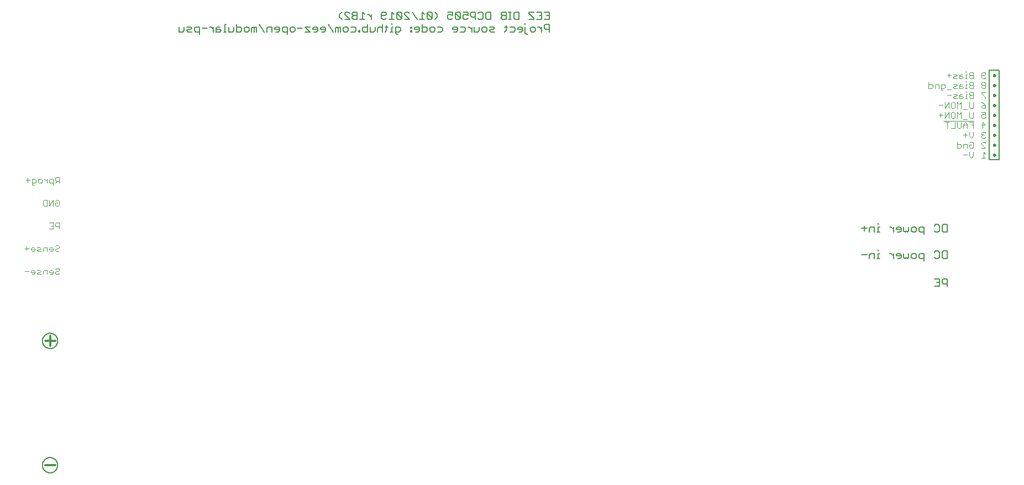
<source format=gbo>
G75*
%MOIN*%
%OFA0B0*%
%FSLAX25Y25*%
%IPPOS*%
%LPD*%
%AMOC8*
5,1,8,0,0,1.08239X$1,22.5*
%
%ADD10C,0.00500*%
%ADD11C,0.00400*%
%ADD12C,0.00800*%
%ADD13C,0.01200*%
%ADD14C,0.01000*%
%ADD15C,0.00600*%
D10*
X0577066Y0288614D02*
X0580069Y0288614D01*
X0581670Y0288614D02*
X0581670Y0286362D01*
X0581670Y0288614D02*
X0582421Y0289365D01*
X0584673Y0289365D01*
X0584673Y0286362D01*
X0586241Y0286362D02*
X0587742Y0286362D01*
X0586991Y0286362D02*
X0586991Y0289365D01*
X0587742Y0289365D01*
X0586991Y0290866D02*
X0586991Y0291617D01*
X0593931Y0289365D02*
X0594681Y0289365D01*
X0596183Y0287863D01*
X0596183Y0286362D02*
X0596183Y0289365D01*
X0597784Y0288614D02*
X0597784Y0287863D01*
X0600787Y0287863D01*
X0600787Y0287113D02*
X0600787Y0288614D01*
X0600036Y0289365D01*
X0598535Y0289365D01*
X0597784Y0288614D01*
X0598535Y0286362D02*
X0600036Y0286362D01*
X0600787Y0287113D01*
X0602388Y0287113D02*
X0602388Y0289365D01*
X0602388Y0287113D02*
X0603139Y0286362D01*
X0603889Y0287113D01*
X0604640Y0286362D01*
X0605390Y0287113D01*
X0605390Y0289365D01*
X0606992Y0288614D02*
X0607742Y0289365D01*
X0609244Y0289365D01*
X0609994Y0288614D01*
X0609994Y0287113D01*
X0609244Y0286362D01*
X0607742Y0286362D01*
X0606992Y0287113D01*
X0606992Y0288614D01*
X0611596Y0288614D02*
X0611596Y0287113D01*
X0612346Y0286362D01*
X0614598Y0286362D01*
X0614598Y0284861D02*
X0614598Y0289365D01*
X0612346Y0289365D01*
X0611596Y0288614D01*
X0620804Y0287113D02*
X0621554Y0286362D01*
X0623056Y0286362D01*
X0623806Y0287113D01*
X0623806Y0290115D01*
X0623056Y0290866D01*
X0621554Y0290866D01*
X0620804Y0290115D01*
X0625408Y0290115D02*
X0626158Y0290866D01*
X0628410Y0290866D01*
X0628410Y0286362D01*
X0626158Y0286362D01*
X0625408Y0287113D01*
X0625408Y0290115D01*
X0626158Y0302362D02*
X0625408Y0303113D01*
X0625408Y0306115D01*
X0626158Y0306866D01*
X0628410Y0306866D01*
X0628410Y0302362D01*
X0626158Y0302362D01*
X0623806Y0303113D02*
X0623056Y0302362D01*
X0621554Y0302362D01*
X0620804Y0303113D01*
X0623806Y0303113D02*
X0623806Y0306115D01*
X0623056Y0306866D01*
X0621554Y0306866D01*
X0620804Y0306115D01*
X0614598Y0305365D02*
X0614598Y0300861D01*
X0614598Y0302362D02*
X0612346Y0302362D01*
X0611596Y0303113D01*
X0611596Y0304614D01*
X0612346Y0305365D01*
X0614598Y0305365D01*
X0609994Y0304614D02*
X0609244Y0305365D01*
X0607742Y0305365D01*
X0606992Y0304614D01*
X0606992Y0303113D01*
X0607742Y0302362D01*
X0609244Y0302362D01*
X0609994Y0303113D01*
X0609994Y0304614D01*
X0605390Y0305365D02*
X0605390Y0303113D01*
X0604640Y0302362D01*
X0603889Y0303113D01*
X0603139Y0302362D01*
X0602388Y0303113D01*
X0602388Y0305365D01*
X0600787Y0304614D02*
X0600036Y0305365D01*
X0598535Y0305365D01*
X0597784Y0304614D01*
X0597784Y0303863D01*
X0600787Y0303863D01*
X0600787Y0303113D02*
X0600787Y0304614D01*
X0600787Y0303113D02*
X0600036Y0302362D01*
X0598535Y0302362D01*
X0596183Y0302362D02*
X0596183Y0305365D01*
X0596183Y0303863D02*
X0594681Y0305365D01*
X0593931Y0305365D01*
X0587742Y0305365D02*
X0586991Y0305365D01*
X0586991Y0302362D01*
X0586241Y0302362D02*
X0587742Y0302362D01*
X0584673Y0302362D02*
X0584673Y0305365D01*
X0582421Y0305365D01*
X0581670Y0304614D01*
X0581670Y0302362D01*
X0580069Y0304614D02*
X0577066Y0304614D01*
X0578568Y0306115D02*
X0578568Y0303113D01*
X0586991Y0306866D02*
X0586991Y0307617D01*
X0620804Y0274116D02*
X0623806Y0274116D01*
X0623806Y0269612D01*
X0620804Y0269612D01*
X0622305Y0271864D02*
X0623806Y0271864D01*
X0625408Y0271864D02*
X0626158Y0271113D01*
X0628410Y0271113D01*
X0628410Y0269612D02*
X0628410Y0274116D01*
X0626158Y0274116D01*
X0625408Y0273365D01*
X0625408Y0271864D01*
X0388544Y0423096D02*
X0388544Y0427600D01*
X0386292Y0427600D01*
X0385541Y0426850D01*
X0385541Y0425348D01*
X0386292Y0424598D01*
X0388544Y0424598D01*
X0383940Y0424598D02*
X0382439Y0426099D01*
X0381688Y0426099D01*
X0380103Y0425348D02*
X0380103Y0423847D01*
X0379353Y0423096D01*
X0377852Y0423096D01*
X0377101Y0423847D01*
X0377101Y0425348D01*
X0377852Y0426099D01*
X0379353Y0426099D01*
X0380103Y0425348D01*
X0383940Y0426099D02*
X0383940Y0423096D01*
X0383940Y0430596D02*
X0380937Y0430596D01*
X0379336Y0430596D02*
X0376334Y0430596D01*
X0379336Y0430596D02*
X0379336Y0431347D01*
X0376334Y0434350D01*
X0376334Y0435100D01*
X0379336Y0435100D01*
X0380937Y0435100D02*
X0383940Y0435100D01*
X0383940Y0430596D01*
X0385541Y0430596D02*
X0388544Y0430596D01*
X0388544Y0435100D01*
X0385541Y0435100D01*
X0387043Y0432848D02*
X0388544Y0432848D01*
X0383940Y0432848D02*
X0382439Y0432848D01*
X0373998Y0428351D02*
X0373998Y0427600D01*
X0373998Y0426099D02*
X0373998Y0422346D01*
X0374749Y0421595D01*
X0375500Y0421595D01*
X0372430Y0423847D02*
X0371680Y0423096D01*
X0370178Y0423096D01*
X0369428Y0424598D02*
X0372430Y0424598D01*
X0372430Y0425348D02*
X0371680Y0426099D01*
X0370178Y0426099D01*
X0369428Y0425348D01*
X0369428Y0424598D01*
X0367826Y0425348D02*
X0367826Y0423847D01*
X0367076Y0423096D01*
X0364824Y0423096D01*
X0362472Y0423847D02*
X0361721Y0423096D01*
X0362472Y0423847D02*
X0362472Y0426850D01*
X0363222Y0426099D02*
X0361721Y0426099D01*
X0364824Y0426099D02*
X0367076Y0426099D01*
X0367826Y0425348D01*
X0372430Y0425348D02*
X0372430Y0423847D01*
X0370128Y0430596D02*
X0367876Y0430596D01*
X0367126Y0431347D01*
X0367126Y0434350D01*
X0367876Y0435100D01*
X0370128Y0435100D01*
X0370128Y0430596D01*
X0365524Y0430596D02*
X0364023Y0430596D01*
X0364774Y0430596D02*
X0364774Y0435100D01*
X0365524Y0435100D02*
X0364023Y0435100D01*
X0362455Y0435100D02*
X0360203Y0435100D01*
X0359452Y0434350D01*
X0359452Y0433599D01*
X0360203Y0432848D01*
X0362455Y0432848D01*
X0362455Y0430596D02*
X0360203Y0430596D01*
X0359452Y0431347D01*
X0359452Y0432098D01*
X0360203Y0432848D01*
X0362455Y0430596D02*
X0362455Y0435100D01*
X0353247Y0435100D02*
X0353247Y0430596D01*
X0350995Y0430596D01*
X0350245Y0431347D01*
X0350245Y0434350D01*
X0350995Y0435100D01*
X0353247Y0435100D01*
X0348643Y0434350D02*
X0348643Y0431347D01*
X0347893Y0430596D01*
X0346391Y0430596D01*
X0345641Y0431347D01*
X0344039Y0430596D02*
X0344039Y0435100D01*
X0341787Y0435100D01*
X0341037Y0434350D01*
X0341037Y0432848D01*
X0341787Y0432098D01*
X0344039Y0432098D01*
X0345641Y0434350D02*
X0346391Y0435100D01*
X0347893Y0435100D01*
X0348643Y0434350D01*
X0348693Y0426099D02*
X0350195Y0426099D01*
X0350945Y0425348D01*
X0350945Y0423847D01*
X0350195Y0423096D01*
X0348693Y0423096D01*
X0347943Y0423847D01*
X0347943Y0425348D01*
X0348693Y0426099D01*
X0346341Y0426099D02*
X0346341Y0423847D01*
X0345591Y0423096D01*
X0343339Y0423096D01*
X0343339Y0426099D01*
X0341737Y0426099D02*
X0341737Y0423096D01*
X0341737Y0424598D02*
X0340236Y0426099D01*
X0339485Y0426099D01*
X0337901Y0425348D02*
X0337901Y0423847D01*
X0337150Y0423096D01*
X0334898Y0423096D01*
X0333297Y0423847D02*
X0333297Y0425348D01*
X0332546Y0426099D01*
X0331045Y0426099D01*
X0330294Y0425348D01*
X0330294Y0424598D01*
X0333297Y0424598D01*
X0333297Y0423847D02*
X0332546Y0423096D01*
X0331045Y0423096D01*
X0334898Y0426099D02*
X0337150Y0426099D01*
X0337901Y0425348D01*
X0337184Y0430596D02*
X0338685Y0430596D01*
X0339435Y0431347D01*
X0339435Y0432848D02*
X0337934Y0433599D01*
X0337184Y0433599D01*
X0336433Y0432848D01*
X0336433Y0431347D01*
X0337184Y0430596D01*
X0334832Y0431347D02*
X0331829Y0434350D01*
X0331829Y0431347D01*
X0332580Y0430596D01*
X0334081Y0430596D01*
X0334832Y0431347D01*
X0334832Y0434350D01*
X0334081Y0435100D01*
X0332580Y0435100D01*
X0331829Y0434350D01*
X0330228Y0435100D02*
X0330228Y0432848D01*
X0328726Y0433599D01*
X0327976Y0433599D01*
X0327225Y0432848D01*
X0327225Y0431347D01*
X0327976Y0430596D01*
X0329477Y0430596D01*
X0330228Y0431347D01*
X0330228Y0435100D02*
X0327225Y0435100D01*
X0321020Y0433599D02*
X0321020Y0432098D01*
X0319518Y0430596D01*
X0317950Y0431347D02*
X0314948Y0434350D01*
X0314948Y0431347D01*
X0315699Y0430596D01*
X0317200Y0430596D01*
X0317950Y0431347D01*
X0317950Y0434350D01*
X0317200Y0435100D01*
X0315699Y0435100D01*
X0314948Y0434350D01*
X0313347Y0433599D02*
X0311845Y0435100D01*
X0311845Y0430596D01*
X0310344Y0430596D02*
X0313347Y0430596D01*
X0311879Y0427600D02*
X0311879Y0423096D01*
X0314131Y0423096D01*
X0314881Y0423847D01*
X0314881Y0425348D01*
X0314131Y0426099D01*
X0311879Y0426099D01*
X0310277Y0425348D02*
X0309527Y0426099D01*
X0308025Y0426099D01*
X0307275Y0425348D01*
X0307275Y0424598D01*
X0310277Y0424598D01*
X0310277Y0425348D02*
X0310277Y0423847D01*
X0309527Y0423096D01*
X0308025Y0423096D01*
X0305673Y0423096D02*
X0305673Y0423847D01*
X0304923Y0423847D01*
X0304923Y0423096D01*
X0305673Y0423096D01*
X0305673Y0425348D02*
X0305673Y0426099D01*
X0304923Y0426099D01*
X0304923Y0425348D01*
X0305673Y0425348D01*
X0304139Y0430596D02*
X0301136Y0430596D01*
X0299535Y0431347D02*
X0296532Y0434350D01*
X0296532Y0431347D01*
X0297283Y0430596D01*
X0298784Y0430596D01*
X0299535Y0431347D01*
X0299535Y0434350D01*
X0298784Y0435100D01*
X0297283Y0435100D01*
X0296532Y0434350D01*
X0294931Y0433599D02*
X0293430Y0435100D01*
X0293430Y0430596D01*
X0294931Y0430596D02*
X0291928Y0430596D01*
X0290327Y0431347D02*
X0289576Y0430596D01*
X0288075Y0430596D01*
X0287324Y0431347D01*
X0287324Y0434350D01*
X0288075Y0435100D01*
X0289576Y0435100D01*
X0290327Y0434350D01*
X0290327Y0433599D01*
X0289576Y0432848D01*
X0287324Y0432848D01*
X0288025Y0427600D02*
X0288025Y0423096D01*
X0289593Y0423096D02*
X0290344Y0423847D01*
X0290344Y0426850D01*
X0291094Y0426099D02*
X0289593Y0426099D01*
X0288025Y0425348D02*
X0287274Y0426099D01*
X0285773Y0426099D01*
X0285022Y0425348D01*
X0285022Y0423096D01*
X0283421Y0423847D02*
X0282670Y0423096D01*
X0280418Y0423096D01*
X0280418Y0426099D01*
X0278817Y0426099D02*
X0276565Y0426099D01*
X0275815Y0425348D01*
X0275815Y0423847D01*
X0276565Y0423096D01*
X0278817Y0423096D01*
X0278817Y0427600D01*
X0277282Y0430596D02*
X0274280Y0430596D01*
X0275781Y0430596D02*
X0275781Y0435100D01*
X0277282Y0433599D01*
X0278867Y0433599D02*
X0279618Y0433599D01*
X0281119Y0432098D01*
X0281119Y0433599D02*
X0281119Y0430596D01*
X0283421Y0426099D02*
X0283421Y0423847D01*
X0292662Y0423096D02*
X0294164Y0423096D01*
X0293413Y0423096D02*
X0293413Y0426099D01*
X0294164Y0426099D01*
X0295765Y0426099D02*
X0298017Y0426099D01*
X0298767Y0425348D01*
X0298767Y0423847D01*
X0298017Y0423096D01*
X0295765Y0423096D01*
X0295765Y0422346D02*
X0295765Y0426099D01*
X0293413Y0427600D02*
X0293413Y0428351D01*
X0295765Y0422346D02*
X0296516Y0421595D01*
X0297266Y0421595D01*
X0304139Y0430596D02*
X0301136Y0433599D01*
X0301136Y0434350D01*
X0301887Y0435100D01*
X0303388Y0435100D01*
X0304139Y0434350D01*
X0305740Y0435100D02*
X0308743Y0430596D01*
X0316483Y0425348D02*
X0317233Y0426099D01*
X0318734Y0426099D01*
X0319485Y0425348D01*
X0319485Y0423847D01*
X0318734Y0423096D01*
X0317233Y0423096D01*
X0316483Y0423847D01*
X0316483Y0425348D01*
X0321086Y0426099D02*
X0323338Y0426099D01*
X0324089Y0425348D01*
X0324089Y0423847D01*
X0323338Y0423096D01*
X0321086Y0423096D01*
X0339435Y0432848D02*
X0339435Y0435100D01*
X0336433Y0435100D01*
X0321020Y0433599D02*
X0319518Y0435100D01*
X0352547Y0426099D02*
X0354799Y0426099D01*
X0355549Y0425348D01*
X0354799Y0424598D01*
X0353297Y0424598D01*
X0352547Y0423847D01*
X0353297Y0423096D01*
X0355549Y0423096D01*
X0274213Y0423096D02*
X0273463Y0423096D01*
X0273463Y0423847D01*
X0274213Y0423847D01*
X0274213Y0423096D01*
X0271911Y0423847D02*
X0271161Y0423096D01*
X0268909Y0423096D01*
X0267307Y0423847D02*
X0266557Y0423096D01*
X0265055Y0423096D01*
X0264305Y0423847D01*
X0264305Y0425348D01*
X0265055Y0426099D01*
X0266557Y0426099D01*
X0267307Y0425348D01*
X0267307Y0423847D01*
X0268909Y0426099D02*
X0271161Y0426099D01*
X0271911Y0425348D01*
X0271911Y0423847D01*
X0272679Y0430596D02*
X0270427Y0430596D01*
X0269676Y0431347D01*
X0269676Y0432098D01*
X0270427Y0432848D01*
X0272679Y0432848D01*
X0272679Y0430596D02*
X0272679Y0435100D01*
X0270427Y0435100D01*
X0269676Y0434350D01*
X0269676Y0433599D01*
X0270427Y0432848D01*
X0268075Y0434350D02*
X0267324Y0435100D01*
X0265823Y0435100D01*
X0265072Y0434350D01*
X0265072Y0433599D01*
X0268075Y0430596D01*
X0265072Y0430596D01*
X0263471Y0430596D02*
X0261969Y0432098D01*
X0261969Y0433599D01*
X0263471Y0435100D01*
X0262703Y0426099D02*
X0261953Y0426099D01*
X0261202Y0425348D01*
X0260451Y0426099D01*
X0259701Y0425348D01*
X0259701Y0423096D01*
X0261202Y0423096D02*
X0261202Y0425348D01*
X0262703Y0426099D02*
X0262703Y0423096D01*
X0258099Y0423096D02*
X0255097Y0427600D01*
X0253496Y0425348D02*
X0252745Y0426099D01*
X0251244Y0426099D01*
X0250493Y0425348D01*
X0250493Y0424598D01*
X0253496Y0424598D01*
X0253496Y0425348D02*
X0253496Y0423847D01*
X0252745Y0423096D01*
X0251244Y0423096D01*
X0248892Y0423847D02*
X0248141Y0423096D01*
X0246640Y0423096D01*
X0245889Y0424598D02*
X0248892Y0424598D01*
X0248892Y0425348D02*
X0248141Y0426099D01*
X0246640Y0426099D01*
X0245889Y0425348D01*
X0245889Y0424598D01*
X0244288Y0426099D02*
X0241285Y0426099D01*
X0244288Y0423096D01*
X0241285Y0423096D01*
X0239684Y0425348D02*
X0236681Y0425348D01*
X0235080Y0425348D02*
X0235080Y0423847D01*
X0234329Y0423096D01*
X0232828Y0423096D01*
X0232077Y0423847D01*
X0232077Y0425348D01*
X0232828Y0426099D01*
X0234329Y0426099D01*
X0235080Y0425348D01*
X0230476Y0426099D02*
X0230476Y0421595D01*
X0230476Y0423096D02*
X0228224Y0423096D01*
X0227473Y0423847D01*
X0227473Y0425348D01*
X0228224Y0426099D01*
X0230476Y0426099D01*
X0225872Y0425348D02*
X0225121Y0426099D01*
X0223620Y0426099D01*
X0222869Y0425348D01*
X0222869Y0424598D01*
X0225872Y0424598D01*
X0225872Y0425348D02*
X0225872Y0423847D01*
X0225121Y0423096D01*
X0223620Y0423096D01*
X0221268Y0423096D02*
X0221268Y0426099D01*
X0219016Y0426099D01*
X0218266Y0425348D01*
X0218266Y0423096D01*
X0216664Y0423096D02*
X0213662Y0427600D01*
X0212060Y0426099D02*
X0211310Y0426099D01*
X0210559Y0425348D01*
X0209808Y0426099D01*
X0209058Y0425348D01*
X0209058Y0423096D01*
X0210559Y0423096D02*
X0210559Y0425348D01*
X0212060Y0426099D02*
X0212060Y0423096D01*
X0207456Y0423847D02*
X0206706Y0423096D01*
X0205204Y0423096D01*
X0204454Y0423847D01*
X0204454Y0425348D01*
X0205204Y0426099D01*
X0206706Y0426099D01*
X0207456Y0425348D01*
X0207456Y0423847D01*
X0202852Y0423847D02*
X0202852Y0425348D01*
X0202102Y0426099D01*
X0199850Y0426099D01*
X0199850Y0427600D02*
X0199850Y0423096D01*
X0202102Y0423096D01*
X0202852Y0423847D01*
X0198248Y0423847D02*
X0197498Y0423096D01*
X0195246Y0423096D01*
X0195246Y0426099D01*
X0193645Y0427600D02*
X0192894Y0427600D01*
X0192894Y0423096D01*
X0193645Y0423096D02*
X0192143Y0423096D01*
X0190575Y0423847D02*
X0189825Y0423096D01*
X0187573Y0423096D01*
X0187573Y0425348D01*
X0188323Y0426099D01*
X0189825Y0426099D01*
X0189825Y0424598D02*
X0187573Y0424598D01*
X0185971Y0424598D02*
X0184470Y0426099D01*
X0183719Y0426099D01*
X0182135Y0425348D02*
X0179132Y0425348D01*
X0177531Y0426099D02*
X0175279Y0426099D01*
X0174528Y0425348D01*
X0174528Y0423847D01*
X0175279Y0423096D01*
X0177531Y0423096D01*
X0177531Y0421595D02*
X0177531Y0426099D01*
X0172927Y0425348D02*
X0172176Y0426099D01*
X0169924Y0426099D01*
X0168323Y0426099D02*
X0168323Y0423847D01*
X0167572Y0423096D01*
X0165320Y0423096D01*
X0165320Y0426099D01*
X0169924Y0423847D02*
X0170675Y0423096D01*
X0172927Y0423096D01*
X0172176Y0424598D02*
X0172927Y0425348D01*
X0172176Y0424598D02*
X0170675Y0424598D01*
X0169924Y0423847D01*
X0185971Y0423096D02*
X0185971Y0426099D01*
X0189825Y0424598D02*
X0190575Y0423847D01*
X0198248Y0423847D02*
X0198248Y0426099D01*
X0248892Y0425348D02*
X0248892Y0423847D01*
D11*
X0092960Y0335415D02*
X0092960Y0331812D01*
X0092960Y0333013D02*
X0091159Y0333013D01*
X0090558Y0333614D01*
X0090558Y0334815D01*
X0091159Y0335415D01*
X0092960Y0335415D01*
X0091759Y0333013D02*
X0090558Y0331812D01*
X0089277Y0331812D02*
X0087475Y0331812D01*
X0086875Y0332413D01*
X0086875Y0333614D01*
X0087475Y0334214D01*
X0089277Y0334214D01*
X0089277Y0330611D01*
X0085594Y0331812D02*
X0085594Y0334214D01*
X0085594Y0333013D02*
X0084393Y0334214D01*
X0083792Y0334214D01*
X0082525Y0333614D02*
X0082525Y0332413D01*
X0081924Y0331812D01*
X0080723Y0331812D01*
X0080122Y0332413D01*
X0080122Y0333614D01*
X0080723Y0334214D01*
X0081924Y0334214D01*
X0082525Y0333614D01*
X0078841Y0333614D02*
X0078841Y0332413D01*
X0078241Y0331812D01*
X0076439Y0331812D01*
X0076439Y0331212D02*
X0076439Y0334214D01*
X0078241Y0334214D01*
X0078841Y0333614D01*
X0077640Y0330611D02*
X0077040Y0330611D01*
X0076439Y0331212D01*
X0075158Y0333614D02*
X0072756Y0333614D01*
X0073957Y0334815D02*
X0073957Y0332413D01*
X0083792Y0321665D02*
X0085594Y0321665D01*
X0085594Y0318062D01*
X0083792Y0318062D01*
X0083192Y0318663D01*
X0083192Y0321065D01*
X0083792Y0321665D01*
X0086875Y0321665D02*
X0086875Y0318062D01*
X0089277Y0321665D01*
X0089277Y0318062D01*
X0090558Y0318663D02*
X0090558Y0319864D01*
X0091759Y0319864D01*
X0090558Y0321065D02*
X0091159Y0321665D01*
X0092360Y0321665D01*
X0092960Y0321065D01*
X0092960Y0318663D01*
X0092360Y0318062D01*
X0091159Y0318062D01*
X0090558Y0318663D01*
X0091159Y0307915D02*
X0090558Y0307315D01*
X0090558Y0306114D01*
X0091159Y0305513D01*
X0092960Y0305513D01*
X0092960Y0304312D02*
X0092960Y0307915D01*
X0091159Y0307915D01*
X0089277Y0307915D02*
X0089277Y0304312D01*
X0086875Y0304312D01*
X0088076Y0306114D02*
X0089277Y0306114D01*
X0089277Y0307915D02*
X0086875Y0307915D01*
X0091159Y0294165D02*
X0092360Y0294165D01*
X0092960Y0293565D01*
X0092960Y0292964D01*
X0092360Y0292364D01*
X0091159Y0292364D01*
X0090558Y0291763D01*
X0090558Y0291163D01*
X0091159Y0290562D01*
X0092360Y0290562D01*
X0092960Y0291163D01*
X0090558Y0293565D02*
X0091159Y0294165D01*
X0089277Y0292364D02*
X0088676Y0292964D01*
X0087475Y0292964D01*
X0086875Y0292364D01*
X0086875Y0291763D01*
X0089277Y0291763D01*
X0089277Y0291163D02*
X0089277Y0292364D01*
X0089277Y0291163D02*
X0088676Y0290562D01*
X0087475Y0290562D01*
X0085594Y0290562D02*
X0085594Y0292964D01*
X0083792Y0292964D01*
X0083192Y0292364D01*
X0083192Y0290562D01*
X0081911Y0290562D02*
X0080109Y0290562D01*
X0079509Y0291163D01*
X0080109Y0291763D01*
X0081310Y0291763D01*
X0081911Y0292364D01*
X0081310Y0292964D01*
X0079509Y0292964D01*
X0078228Y0292364D02*
X0077627Y0292964D01*
X0076426Y0292964D01*
X0075825Y0292364D01*
X0075825Y0291763D01*
X0078228Y0291763D01*
X0078228Y0291163D02*
X0078228Y0292364D01*
X0078228Y0291163D02*
X0077627Y0290562D01*
X0076426Y0290562D01*
X0074544Y0292364D02*
X0072142Y0292364D01*
X0073343Y0293565D02*
X0073343Y0291163D01*
X0076426Y0279214D02*
X0075825Y0278614D01*
X0075825Y0278013D01*
X0078228Y0278013D01*
X0078228Y0277413D02*
X0078228Y0278614D01*
X0077627Y0279214D01*
X0076426Y0279214D01*
X0074544Y0278614D02*
X0072142Y0278614D01*
X0076426Y0276812D02*
X0077627Y0276812D01*
X0078228Y0277413D01*
X0079509Y0277413D02*
X0080109Y0278013D01*
X0081310Y0278013D01*
X0081911Y0278614D01*
X0081310Y0279214D01*
X0079509Y0279214D01*
X0079509Y0277413D02*
X0080109Y0276812D01*
X0081911Y0276812D01*
X0083192Y0276812D02*
X0083192Y0278614D01*
X0083792Y0279214D01*
X0085594Y0279214D01*
X0085594Y0276812D01*
X0086875Y0278013D02*
X0089277Y0278013D01*
X0089277Y0277413D02*
X0089277Y0278614D01*
X0088676Y0279214D01*
X0087475Y0279214D01*
X0086875Y0278614D01*
X0086875Y0278013D01*
X0087475Y0276812D02*
X0088676Y0276812D01*
X0089277Y0277413D01*
X0090558Y0277413D02*
X0091159Y0276812D01*
X0092360Y0276812D01*
X0092960Y0277413D01*
X0092360Y0278614D02*
X0091159Y0278614D01*
X0090558Y0278013D01*
X0090558Y0277413D01*
X0092360Y0278614D02*
X0092960Y0279214D01*
X0092960Y0279815D01*
X0092360Y0280415D01*
X0091159Y0280415D01*
X0090558Y0279815D01*
X0617387Y0389062D02*
X0619189Y0389062D01*
X0619790Y0389663D01*
X0619790Y0390864D01*
X0619189Y0391464D01*
X0617387Y0391464D01*
X0617387Y0392665D02*
X0617387Y0389062D01*
X0621071Y0389062D02*
X0621071Y0390864D01*
X0621671Y0391464D01*
X0623473Y0391464D01*
X0623473Y0389062D01*
X0624754Y0389062D02*
X0626555Y0389062D01*
X0627156Y0389663D01*
X0627156Y0390864D01*
X0626555Y0391464D01*
X0624754Y0391464D01*
X0624754Y0388462D01*
X0625354Y0387861D01*
X0625955Y0387861D01*
X0628437Y0388462D02*
X0630839Y0388462D01*
X0632120Y0389663D02*
X0632721Y0390263D01*
X0633922Y0390263D01*
X0634522Y0390864D01*
X0633922Y0391464D01*
X0632120Y0391464D01*
X0632120Y0389663D02*
X0632721Y0389062D01*
X0634522Y0389062D01*
X0635803Y0389062D02*
X0637605Y0389062D01*
X0638205Y0389663D01*
X0637605Y0390263D01*
X0635803Y0390263D01*
X0635803Y0390864D02*
X0635803Y0389062D01*
X0635803Y0390864D02*
X0636404Y0391464D01*
X0637605Y0391464D01*
X0640060Y0391464D02*
X0640060Y0389062D01*
X0639460Y0389062D02*
X0640661Y0389062D01*
X0641942Y0389663D02*
X0642542Y0389062D01*
X0644344Y0389062D01*
X0644344Y0392665D01*
X0642542Y0392665D01*
X0641942Y0392065D01*
X0641942Y0391464D01*
X0642542Y0390864D01*
X0644344Y0390864D01*
X0642542Y0390864D02*
X0641942Y0390263D01*
X0641942Y0389663D01*
X0640661Y0391464D02*
X0640060Y0391464D01*
X0640060Y0392665D02*
X0640060Y0393266D01*
X0640060Y0395062D02*
X0640060Y0397464D01*
X0640661Y0397464D01*
X0641942Y0397464D02*
X0642542Y0396864D01*
X0644344Y0396864D01*
X0644344Y0398665D02*
X0642542Y0398665D01*
X0641942Y0398065D01*
X0641942Y0397464D01*
X0642542Y0396864D02*
X0641942Y0396263D01*
X0641942Y0395663D01*
X0642542Y0395062D01*
X0644344Y0395062D01*
X0644344Y0398665D01*
X0640060Y0398665D02*
X0640060Y0399266D01*
X0637605Y0397464D02*
X0636404Y0397464D01*
X0635803Y0396864D01*
X0635803Y0395062D01*
X0637605Y0395062D01*
X0638205Y0395663D01*
X0637605Y0396263D01*
X0635803Y0396263D01*
X0634522Y0396864D02*
X0633922Y0397464D01*
X0632120Y0397464D01*
X0632721Y0396263D02*
X0633922Y0396263D01*
X0634522Y0396864D01*
X0634522Y0395062D02*
X0632721Y0395062D01*
X0632120Y0395663D01*
X0632721Y0396263D01*
X0630839Y0396864D02*
X0628437Y0396864D01*
X0629638Y0398065D02*
X0629638Y0395663D01*
X0639460Y0395062D02*
X0640661Y0395062D01*
X0649308Y0395663D02*
X0649308Y0398065D01*
X0649909Y0398665D01*
X0651110Y0398665D01*
X0651710Y0398065D01*
X0651710Y0397464D01*
X0651110Y0396864D01*
X0649308Y0396864D01*
X0649308Y0395663D02*
X0649909Y0395062D01*
X0651110Y0395062D01*
X0651710Y0395663D01*
X0651110Y0392665D02*
X0649909Y0392665D01*
X0649308Y0392065D01*
X0649308Y0391464D01*
X0649909Y0390864D01*
X0651110Y0390864D01*
X0651710Y0391464D01*
X0651710Y0392065D01*
X0651110Y0392665D01*
X0651110Y0390864D02*
X0651710Y0390263D01*
X0651710Y0389663D01*
X0651110Y0389062D01*
X0649909Y0389062D01*
X0649308Y0389663D01*
X0649308Y0390263D01*
X0649909Y0390864D01*
X0649308Y0386665D02*
X0649308Y0386065D01*
X0651710Y0383663D01*
X0651710Y0383062D01*
X0650509Y0380065D02*
X0651710Y0378864D01*
X0649909Y0378864D01*
X0649308Y0378263D01*
X0649308Y0377663D01*
X0649909Y0377062D01*
X0651110Y0377062D01*
X0651710Y0377663D01*
X0651710Y0378864D01*
X0650509Y0380065D02*
X0649308Y0380665D01*
X0644344Y0380665D02*
X0644344Y0377663D01*
X0643743Y0377062D01*
X0642542Y0377062D01*
X0641942Y0377663D01*
X0641942Y0380665D01*
X0642542Y0383062D02*
X0644344Y0383062D01*
X0644344Y0386665D01*
X0642542Y0386665D01*
X0641942Y0386065D01*
X0641942Y0385464D01*
X0642542Y0384864D01*
X0644344Y0384864D01*
X0642542Y0384864D02*
X0641942Y0384263D01*
X0641942Y0383663D01*
X0642542Y0383062D01*
X0640661Y0383062D02*
X0639460Y0383062D01*
X0640060Y0383062D02*
X0640060Y0385464D01*
X0640661Y0385464D01*
X0640060Y0386665D02*
X0640060Y0387266D01*
X0637605Y0385464D02*
X0636404Y0385464D01*
X0635803Y0384864D01*
X0635803Y0383062D01*
X0637605Y0383062D01*
X0638205Y0383663D01*
X0637605Y0384263D01*
X0635803Y0384263D01*
X0634522Y0384864D02*
X0633922Y0385464D01*
X0632120Y0385464D01*
X0632721Y0384263D02*
X0633922Y0384263D01*
X0634522Y0384864D01*
X0634522Y0383062D02*
X0632721Y0383062D01*
X0632120Y0383663D01*
X0632721Y0384263D01*
X0630839Y0384864D02*
X0628437Y0384864D01*
X0629611Y0380665D02*
X0627209Y0377062D01*
X0627209Y0380665D01*
X0625928Y0378864D02*
X0623526Y0378864D01*
X0624727Y0374065D02*
X0624727Y0371663D01*
X0625928Y0372864D02*
X0623526Y0372864D01*
X0627209Y0374665D02*
X0627209Y0371062D01*
X0629611Y0374665D01*
X0629611Y0371062D01*
X0630892Y0371663D02*
X0630892Y0374065D01*
X0631493Y0374665D01*
X0632694Y0374665D01*
X0633294Y0374065D01*
X0633294Y0371663D01*
X0632694Y0371062D01*
X0631493Y0371062D01*
X0630892Y0371663D01*
X0629611Y0368665D02*
X0627209Y0368665D01*
X0628410Y0368665D02*
X0628410Y0365062D01*
X0630892Y0365062D02*
X0633294Y0365062D01*
X0633294Y0368665D01*
X0634575Y0368665D02*
X0634575Y0365663D01*
X0635176Y0365062D01*
X0636377Y0365062D01*
X0636978Y0365663D01*
X0636978Y0368665D01*
X0638259Y0367464D02*
X0638259Y0365062D01*
X0638259Y0366864D02*
X0640661Y0366864D01*
X0640661Y0367464D02*
X0639460Y0368665D01*
X0638259Y0367464D01*
X0640661Y0367464D02*
X0640661Y0365062D01*
X0641942Y0362665D02*
X0641942Y0360263D01*
X0643143Y0359062D01*
X0644344Y0360263D01*
X0644344Y0362665D01*
X0644344Y0365062D02*
X0644344Y0368665D01*
X0641942Y0368665D01*
X0643143Y0366864D02*
X0644344Y0366864D01*
X0644544Y0369462D02*
X0626128Y0369462D01*
X0629611Y0377062D02*
X0629611Y0380665D01*
X0630892Y0380065D02*
X0630892Y0377663D01*
X0631493Y0377062D01*
X0632694Y0377062D01*
X0633294Y0377663D01*
X0633294Y0380065D01*
X0632694Y0380665D01*
X0631493Y0380665D01*
X0630892Y0380065D01*
X0634575Y0380665D02*
X0634575Y0377062D01*
X0634575Y0374665D02*
X0634575Y0371062D01*
X0636978Y0371062D02*
X0636978Y0374665D01*
X0635777Y0373464D01*
X0634575Y0374665D01*
X0636978Y0377062D02*
X0636978Y0380665D01*
X0635777Y0379464D01*
X0634575Y0380665D01*
X0638259Y0376462D02*
X0640661Y0376462D01*
X0641942Y0374665D02*
X0641942Y0371663D01*
X0642542Y0371062D01*
X0643743Y0371062D01*
X0644344Y0371663D01*
X0644344Y0374665D01*
X0649308Y0374665D02*
X0651710Y0374665D01*
X0651710Y0372864D01*
X0650509Y0373464D01*
X0649909Y0373464D01*
X0649308Y0372864D01*
X0649308Y0371663D01*
X0649909Y0371062D01*
X0651110Y0371062D01*
X0651710Y0371663D01*
X0649909Y0368665D02*
X0651710Y0366864D01*
X0649308Y0366864D01*
X0649909Y0368665D02*
X0649909Y0365062D01*
X0649909Y0362665D02*
X0649308Y0362065D01*
X0649308Y0361464D01*
X0649909Y0360864D01*
X0649308Y0360263D01*
X0649308Y0359663D01*
X0649909Y0359062D01*
X0651110Y0359062D01*
X0651710Y0359663D01*
X0650509Y0360864D02*
X0649909Y0360864D01*
X0649909Y0362665D02*
X0651110Y0362665D01*
X0651710Y0362065D01*
X0651110Y0356665D02*
X0651710Y0356065D01*
X0651110Y0356665D02*
X0649909Y0356665D01*
X0649308Y0356065D01*
X0649308Y0355464D01*
X0651710Y0353062D01*
X0649308Y0353062D01*
X0650509Y0350665D02*
X0650509Y0347062D01*
X0651710Y0347062D02*
X0649308Y0347062D01*
X0651710Y0349464D02*
X0650509Y0350665D01*
X0644344Y0350665D02*
X0644344Y0348263D01*
X0643143Y0347062D01*
X0641942Y0348263D01*
X0641942Y0350665D01*
X0640661Y0348864D02*
X0638259Y0348864D01*
X0638259Y0353062D02*
X0638259Y0354864D01*
X0638859Y0355464D01*
X0640661Y0355464D01*
X0640661Y0353062D01*
X0641942Y0353663D02*
X0641942Y0354864D01*
X0643143Y0354864D01*
X0644344Y0356065D02*
X0643743Y0356665D01*
X0642542Y0356665D01*
X0641942Y0356065D01*
X0644344Y0356065D02*
X0644344Y0353663D01*
X0643743Y0353062D01*
X0642542Y0353062D01*
X0641942Y0353663D01*
X0636978Y0353663D02*
X0636978Y0354864D01*
X0636377Y0355464D01*
X0634575Y0355464D01*
X0634575Y0356665D02*
X0634575Y0353062D01*
X0636377Y0353062D01*
X0636978Y0353663D01*
X0639460Y0359663D02*
X0639460Y0362065D01*
X0640661Y0360864D02*
X0638259Y0360864D01*
X0638259Y0370462D02*
X0640661Y0370462D01*
X0649308Y0386665D02*
X0651710Y0386665D01*
D12*
X0082810Y0236612D02*
X0082812Y0236747D01*
X0082818Y0236882D01*
X0082828Y0237017D01*
X0082842Y0237151D01*
X0082859Y0237285D01*
X0082881Y0237418D01*
X0082907Y0237551D01*
X0082936Y0237683D01*
X0082970Y0237813D01*
X0083007Y0237943D01*
X0083048Y0238072D01*
X0083093Y0238199D01*
X0083141Y0238325D01*
X0083193Y0238450D01*
X0083249Y0238573D01*
X0083308Y0238694D01*
X0083371Y0238814D01*
X0083438Y0238931D01*
X0083507Y0239047D01*
X0083581Y0239161D01*
X0083657Y0239272D01*
X0083737Y0239381D01*
X0083820Y0239488D01*
X0083906Y0239592D01*
X0083995Y0239693D01*
X0084086Y0239792D01*
X0084181Y0239888D01*
X0084279Y0239982D01*
X0084379Y0240072D01*
X0084482Y0240160D01*
X0084587Y0240244D01*
X0084695Y0240326D01*
X0084805Y0240404D01*
X0084918Y0240478D01*
X0085032Y0240550D01*
X0085149Y0240618D01*
X0085268Y0240683D01*
X0085388Y0240744D01*
X0085510Y0240801D01*
X0085634Y0240855D01*
X0085759Y0240906D01*
X0085886Y0240952D01*
X0086014Y0240995D01*
X0086144Y0241034D01*
X0086274Y0241069D01*
X0086405Y0241101D01*
X0086537Y0241128D01*
X0086670Y0241152D01*
X0086804Y0241172D01*
X0086938Y0241188D01*
X0087073Y0241200D01*
X0087207Y0241208D01*
X0087342Y0241212D01*
X0087478Y0241212D01*
X0087613Y0241208D01*
X0087747Y0241200D01*
X0087882Y0241188D01*
X0088016Y0241172D01*
X0088150Y0241152D01*
X0088283Y0241128D01*
X0088415Y0241101D01*
X0088546Y0241069D01*
X0088676Y0241034D01*
X0088806Y0240995D01*
X0088934Y0240952D01*
X0089061Y0240906D01*
X0089186Y0240855D01*
X0089310Y0240801D01*
X0089432Y0240744D01*
X0089552Y0240683D01*
X0089671Y0240618D01*
X0089788Y0240550D01*
X0089902Y0240478D01*
X0090015Y0240404D01*
X0090125Y0240326D01*
X0090233Y0240244D01*
X0090338Y0240160D01*
X0090441Y0240072D01*
X0090541Y0239982D01*
X0090639Y0239888D01*
X0090734Y0239792D01*
X0090825Y0239693D01*
X0090914Y0239592D01*
X0091000Y0239488D01*
X0091083Y0239381D01*
X0091163Y0239272D01*
X0091239Y0239161D01*
X0091313Y0239047D01*
X0091382Y0238931D01*
X0091449Y0238814D01*
X0091512Y0238694D01*
X0091571Y0238573D01*
X0091627Y0238450D01*
X0091679Y0238325D01*
X0091727Y0238199D01*
X0091772Y0238072D01*
X0091813Y0237943D01*
X0091850Y0237813D01*
X0091884Y0237683D01*
X0091913Y0237551D01*
X0091939Y0237418D01*
X0091961Y0237285D01*
X0091978Y0237151D01*
X0091992Y0237017D01*
X0092002Y0236882D01*
X0092008Y0236747D01*
X0092010Y0236612D01*
X0092008Y0236477D01*
X0092002Y0236342D01*
X0091992Y0236207D01*
X0091978Y0236073D01*
X0091961Y0235939D01*
X0091939Y0235806D01*
X0091913Y0235673D01*
X0091884Y0235541D01*
X0091850Y0235411D01*
X0091813Y0235281D01*
X0091772Y0235152D01*
X0091727Y0235025D01*
X0091679Y0234899D01*
X0091627Y0234774D01*
X0091571Y0234651D01*
X0091512Y0234530D01*
X0091449Y0234410D01*
X0091382Y0234293D01*
X0091313Y0234177D01*
X0091239Y0234063D01*
X0091163Y0233952D01*
X0091083Y0233843D01*
X0091000Y0233736D01*
X0090914Y0233632D01*
X0090825Y0233531D01*
X0090734Y0233432D01*
X0090639Y0233336D01*
X0090541Y0233242D01*
X0090441Y0233152D01*
X0090338Y0233064D01*
X0090233Y0232980D01*
X0090125Y0232898D01*
X0090015Y0232820D01*
X0089902Y0232746D01*
X0089788Y0232674D01*
X0089671Y0232606D01*
X0089552Y0232541D01*
X0089432Y0232480D01*
X0089310Y0232423D01*
X0089186Y0232369D01*
X0089061Y0232318D01*
X0088934Y0232272D01*
X0088806Y0232229D01*
X0088676Y0232190D01*
X0088546Y0232155D01*
X0088415Y0232123D01*
X0088283Y0232096D01*
X0088150Y0232072D01*
X0088016Y0232052D01*
X0087882Y0232036D01*
X0087747Y0232024D01*
X0087613Y0232016D01*
X0087478Y0232012D01*
X0087342Y0232012D01*
X0087207Y0232016D01*
X0087073Y0232024D01*
X0086938Y0232036D01*
X0086804Y0232052D01*
X0086670Y0232072D01*
X0086537Y0232096D01*
X0086405Y0232123D01*
X0086274Y0232155D01*
X0086144Y0232190D01*
X0086014Y0232229D01*
X0085886Y0232272D01*
X0085759Y0232318D01*
X0085634Y0232369D01*
X0085510Y0232423D01*
X0085388Y0232480D01*
X0085268Y0232541D01*
X0085149Y0232606D01*
X0085032Y0232674D01*
X0084918Y0232746D01*
X0084805Y0232820D01*
X0084695Y0232898D01*
X0084587Y0232980D01*
X0084482Y0233064D01*
X0084379Y0233152D01*
X0084279Y0233242D01*
X0084181Y0233336D01*
X0084086Y0233432D01*
X0083995Y0233531D01*
X0083906Y0233632D01*
X0083820Y0233736D01*
X0083737Y0233843D01*
X0083657Y0233952D01*
X0083581Y0234063D01*
X0083507Y0234177D01*
X0083438Y0234293D01*
X0083371Y0234410D01*
X0083308Y0234530D01*
X0083249Y0234651D01*
X0083193Y0234774D01*
X0083141Y0234899D01*
X0083093Y0235025D01*
X0083048Y0235152D01*
X0083007Y0235281D01*
X0082970Y0235411D01*
X0082936Y0235541D01*
X0082907Y0235673D01*
X0082881Y0235806D01*
X0082859Y0235939D01*
X0082842Y0236073D01*
X0082828Y0236207D01*
X0082818Y0236342D01*
X0082812Y0236477D01*
X0082810Y0236612D01*
X0082810Y0161612D02*
X0082812Y0161747D01*
X0082818Y0161882D01*
X0082828Y0162017D01*
X0082842Y0162151D01*
X0082859Y0162285D01*
X0082881Y0162418D01*
X0082907Y0162551D01*
X0082936Y0162683D01*
X0082970Y0162813D01*
X0083007Y0162943D01*
X0083048Y0163072D01*
X0083093Y0163199D01*
X0083141Y0163325D01*
X0083193Y0163450D01*
X0083249Y0163573D01*
X0083308Y0163694D01*
X0083371Y0163814D01*
X0083438Y0163931D01*
X0083507Y0164047D01*
X0083581Y0164161D01*
X0083657Y0164272D01*
X0083737Y0164381D01*
X0083820Y0164488D01*
X0083906Y0164592D01*
X0083995Y0164693D01*
X0084086Y0164792D01*
X0084181Y0164888D01*
X0084279Y0164982D01*
X0084379Y0165072D01*
X0084482Y0165160D01*
X0084587Y0165244D01*
X0084695Y0165326D01*
X0084805Y0165404D01*
X0084918Y0165478D01*
X0085032Y0165550D01*
X0085149Y0165618D01*
X0085268Y0165683D01*
X0085388Y0165744D01*
X0085510Y0165801D01*
X0085634Y0165855D01*
X0085759Y0165906D01*
X0085886Y0165952D01*
X0086014Y0165995D01*
X0086144Y0166034D01*
X0086274Y0166069D01*
X0086405Y0166101D01*
X0086537Y0166128D01*
X0086670Y0166152D01*
X0086804Y0166172D01*
X0086938Y0166188D01*
X0087073Y0166200D01*
X0087207Y0166208D01*
X0087342Y0166212D01*
X0087478Y0166212D01*
X0087613Y0166208D01*
X0087747Y0166200D01*
X0087882Y0166188D01*
X0088016Y0166172D01*
X0088150Y0166152D01*
X0088283Y0166128D01*
X0088415Y0166101D01*
X0088546Y0166069D01*
X0088676Y0166034D01*
X0088806Y0165995D01*
X0088934Y0165952D01*
X0089061Y0165906D01*
X0089186Y0165855D01*
X0089310Y0165801D01*
X0089432Y0165744D01*
X0089552Y0165683D01*
X0089671Y0165618D01*
X0089788Y0165550D01*
X0089902Y0165478D01*
X0090015Y0165404D01*
X0090125Y0165326D01*
X0090233Y0165244D01*
X0090338Y0165160D01*
X0090441Y0165072D01*
X0090541Y0164982D01*
X0090639Y0164888D01*
X0090734Y0164792D01*
X0090825Y0164693D01*
X0090914Y0164592D01*
X0091000Y0164488D01*
X0091083Y0164381D01*
X0091163Y0164272D01*
X0091239Y0164161D01*
X0091313Y0164047D01*
X0091382Y0163931D01*
X0091449Y0163814D01*
X0091512Y0163694D01*
X0091571Y0163573D01*
X0091627Y0163450D01*
X0091679Y0163325D01*
X0091727Y0163199D01*
X0091772Y0163072D01*
X0091813Y0162943D01*
X0091850Y0162813D01*
X0091884Y0162683D01*
X0091913Y0162551D01*
X0091939Y0162418D01*
X0091961Y0162285D01*
X0091978Y0162151D01*
X0091992Y0162017D01*
X0092002Y0161882D01*
X0092008Y0161747D01*
X0092010Y0161612D01*
X0092008Y0161477D01*
X0092002Y0161342D01*
X0091992Y0161207D01*
X0091978Y0161073D01*
X0091961Y0160939D01*
X0091939Y0160806D01*
X0091913Y0160673D01*
X0091884Y0160541D01*
X0091850Y0160411D01*
X0091813Y0160281D01*
X0091772Y0160152D01*
X0091727Y0160025D01*
X0091679Y0159899D01*
X0091627Y0159774D01*
X0091571Y0159651D01*
X0091512Y0159530D01*
X0091449Y0159410D01*
X0091382Y0159293D01*
X0091313Y0159177D01*
X0091239Y0159063D01*
X0091163Y0158952D01*
X0091083Y0158843D01*
X0091000Y0158736D01*
X0090914Y0158632D01*
X0090825Y0158531D01*
X0090734Y0158432D01*
X0090639Y0158336D01*
X0090541Y0158242D01*
X0090441Y0158152D01*
X0090338Y0158064D01*
X0090233Y0157980D01*
X0090125Y0157898D01*
X0090015Y0157820D01*
X0089902Y0157746D01*
X0089788Y0157674D01*
X0089671Y0157606D01*
X0089552Y0157541D01*
X0089432Y0157480D01*
X0089310Y0157423D01*
X0089186Y0157369D01*
X0089061Y0157318D01*
X0088934Y0157272D01*
X0088806Y0157229D01*
X0088676Y0157190D01*
X0088546Y0157155D01*
X0088415Y0157123D01*
X0088283Y0157096D01*
X0088150Y0157072D01*
X0088016Y0157052D01*
X0087882Y0157036D01*
X0087747Y0157024D01*
X0087613Y0157016D01*
X0087478Y0157012D01*
X0087342Y0157012D01*
X0087207Y0157016D01*
X0087073Y0157024D01*
X0086938Y0157036D01*
X0086804Y0157052D01*
X0086670Y0157072D01*
X0086537Y0157096D01*
X0086405Y0157123D01*
X0086274Y0157155D01*
X0086144Y0157190D01*
X0086014Y0157229D01*
X0085886Y0157272D01*
X0085759Y0157318D01*
X0085634Y0157369D01*
X0085510Y0157423D01*
X0085388Y0157480D01*
X0085268Y0157541D01*
X0085149Y0157606D01*
X0085032Y0157674D01*
X0084918Y0157746D01*
X0084805Y0157820D01*
X0084695Y0157898D01*
X0084587Y0157980D01*
X0084482Y0158064D01*
X0084379Y0158152D01*
X0084279Y0158242D01*
X0084181Y0158336D01*
X0084086Y0158432D01*
X0083995Y0158531D01*
X0083906Y0158632D01*
X0083820Y0158736D01*
X0083737Y0158843D01*
X0083657Y0158952D01*
X0083581Y0159063D01*
X0083507Y0159177D01*
X0083438Y0159293D01*
X0083371Y0159410D01*
X0083308Y0159530D01*
X0083249Y0159651D01*
X0083193Y0159774D01*
X0083141Y0159899D01*
X0083093Y0160025D01*
X0083048Y0160152D01*
X0083007Y0160281D01*
X0082970Y0160411D01*
X0082936Y0160541D01*
X0082907Y0160673D01*
X0082881Y0160806D01*
X0082859Y0160939D01*
X0082842Y0161073D01*
X0082828Y0161207D01*
X0082818Y0161342D01*
X0082812Y0161477D01*
X0082810Y0161612D01*
D13*
X0084410Y0161612D02*
X0090410Y0161612D01*
X0087410Y0233612D02*
X0087410Y0239612D01*
X0084410Y0236612D02*
X0090410Y0236612D01*
D14*
X0656410Y0348862D02*
X0656412Y0348906D01*
X0656418Y0348950D01*
X0656428Y0348993D01*
X0656441Y0349035D01*
X0656458Y0349076D01*
X0656479Y0349115D01*
X0656503Y0349152D01*
X0656530Y0349187D01*
X0656560Y0349219D01*
X0656593Y0349249D01*
X0656629Y0349275D01*
X0656666Y0349299D01*
X0656706Y0349318D01*
X0656747Y0349335D01*
X0656790Y0349347D01*
X0656833Y0349356D01*
X0656877Y0349361D01*
X0656921Y0349362D01*
X0656965Y0349359D01*
X0657009Y0349352D01*
X0657052Y0349341D01*
X0657094Y0349327D01*
X0657134Y0349309D01*
X0657173Y0349287D01*
X0657209Y0349263D01*
X0657243Y0349235D01*
X0657275Y0349204D01*
X0657304Y0349170D01*
X0657330Y0349134D01*
X0657352Y0349096D01*
X0657371Y0349056D01*
X0657386Y0349014D01*
X0657398Y0348972D01*
X0657406Y0348928D01*
X0657410Y0348884D01*
X0657410Y0348840D01*
X0657406Y0348796D01*
X0657398Y0348752D01*
X0657386Y0348710D01*
X0657371Y0348668D01*
X0657352Y0348628D01*
X0657330Y0348590D01*
X0657304Y0348554D01*
X0657275Y0348520D01*
X0657243Y0348489D01*
X0657209Y0348461D01*
X0657173Y0348437D01*
X0657134Y0348415D01*
X0657094Y0348397D01*
X0657052Y0348383D01*
X0657009Y0348372D01*
X0656965Y0348365D01*
X0656921Y0348362D01*
X0656877Y0348363D01*
X0656833Y0348368D01*
X0656790Y0348377D01*
X0656747Y0348389D01*
X0656706Y0348406D01*
X0656666Y0348425D01*
X0656629Y0348449D01*
X0656593Y0348475D01*
X0656560Y0348505D01*
X0656530Y0348537D01*
X0656503Y0348572D01*
X0656479Y0348609D01*
X0656458Y0348648D01*
X0656441Y0348689D01*
X0656428Y0348731D01*
X0656418Y0348774D01*
X0656412Y0348818D01*
X0656410Y0348862D01*
X0656410Y0354862D02*
X0656412Y0354906D01*
X0656418Y0354950D01*
X0656428Y0354993D01*
X0656441Y0355035D01*
X0656458Y0355076D01*
X0656479Y0355115D01*
X0656503Y0355152D01*
X0656530Y0355187D01*
X0656560Y0355219D01*
X0656593Y0355249D01*
X0656629Y0355275D01*
X0656666Y0355299D01*
X0656706Y0355318D01*
X0656747Y0355335D01*
X0656790Y0355347D01*
X0656833Y0355356D01*
X0656877Y0355361D01*
X0656921Y0355362D01*
X0656965Y0355359D01*
X0657009Y0355352D01*
X0657052Y0355341D01*
X0657094Y0355327D01*
X0657134Y0355309D01*
X0657173Y0355287D01*
X0657209Y0355263D01*
X0657243Y0355235D01*
X0657275Y0355204D01*
X0657304Y0355170D01*
X0657330Y0355134D01*
X0657352Y0355096D01*
X0657371Y0355056D01*
X0657386Y0355014D01*
X0657398Y0354972D01*
X0657406Y0354928D01*
X0657410Y0354884D01*
X0657410Y0354840D01*
X0657406Y0354796D01*
X0657398Y0354752D01*
X0657386Y0354710D01*
X0657371Y0354668D01*
X0657352Y0354628D01*
X0657330Y0354590D01*
X0657304Y0354554D01*
X0657275Y0354520D01*
X0657243Y0354489D01*
X0657209Y0354461D01*
X0657173Y0354437D01*
X0657134Y0354415D01*
X0657094Y0354397D01*
X0657052Y0354383D01*
X0657009Y0354372D01*
X0656965Y0354365D01*
X0656921Y0354362D01*
X0656877Y0354363D01*
X0656833Y0354368D01*
X0656790Y0354377D01*
X0656747Y0354389D01*
X0656706Y0354406D01*
X0656666Y0354425D01*
X0656629Y0354449D01*
X0656593Y0354475D01*
X0656560Y0354505D01*
X0656530Y0354537D01*
X0656503Y0354572D01*
X0656479Y0354609D01*
X0656458Y0354648D01*
X0656441Y0354689D01*
X0656428Y0354731D01*
X0656418Y0354774D01*
X0656412Y0354818D01*
X0656410Y0354862D01*
X0656410Y0360862D02*
X0656412Y0360906D01*
X0656418Y0360950D01*
X0656428Y0360993D01*
X0656441Y0361035D01*
X0656458Y0361076D01*
X0656479Y0361115D01*
X0656503Y0361152D01*
X0656530Y0361187D01*
X0656560Y0361219D01*
X0656593Y0361249D01*
X0656629Y0361275D01*
X0656666Y0361299D01*
X0656706Y0361318D01*
X0656747Y0361335D01*
X0656790Y0361347D01*
X0656833Y0361356D01*
X0656877Y0361361D01*
X0656921Y0361362D01*
X0656965Y0361359D01*
X0657009Y0361352D01*
X0657052Y0361341D01*
X0657094Y0361327D01*
X0657134Y0361309D01*
X0657173Y0361287D01*
X0657209Y0361263D01*
X0657243Y0361235D01*
X0657275Y0361204D01*
X0657304Y0361170D01*
X0657330Y0361134D01*
X0657352Y0361096D01*
X0657371Y0361056D01*
X0657386Y0361014D01*
X0657398Y0360972D01*
X0657406Y0360928D01*
X0657410Y0360884D01*
X0657410Y0360840D01*
X0657406Y0360796D01*
X0657398Y0360752D01*
X0657386Y0360710D01*
X0657371Y0360668D01*
X0657352Y0360628D01*
X0657330Y0360590D01*
X0657304Y0360554D01*
X0657275Y0360520D01*
X0657243Y0360489D01*
X0657209Y0360461D01*
X0657173Y0360437D01*
X0657134Y0360415D01*
X0657094Y0360397D01*
X0657052Y0360383D01*
X0657009Y0360372D01*
X0656965Y0360365D01*
X0656921Y0360362D01*
X0656877Y0360363D01*
X0656833Y0360368D01*
X0656790Y0360377D01*
X0656747Y0360389D01*
X0656706Y0360406D01*
X0656666Y0360425D01*
X0656629Y0360449D01*
X0656593Y0360475D01*
X0656560Y0360505D01*
X0656530Y0360537D01*
X0656503Y0360572D01*
X0656479Y0360609D01*
X0656458Y0360648D01*
X0656441Y0360689D01*
X0656428Y0360731D01*
X0656418Y0360774D01*
X0656412Y0360818D01*
X0656410Y0360862D01*
X0656410Y0366862D02*
X0656412Y0366906D01*
X0656418Y0366950D01*
X0656428Y0366993D01*
X0656441Y0367035D01*
X0656458Y0367076D01*
X0656479Y0367115D01*
X0656503Y0367152D01*
X0656530Y0367187D01*
X0656560Y0367219D01*
X0656593Y0367249D01*
X0656629Y0367275D01*
X0656666Y0367299D01*
X0656706Y0367318D01*
X0656747Y0367335D01*
X0656790Y0367347D01*
X0656833Y0367356D01*
X0656877Y0367361D01*
X0656921Y0367362D01*
X0656965Y0367359D01*
X0657009Y0367352D01*
X0657052Y0367341D01*
X0657094Y0367327D01*
X0657134Y0367309D01*
X0657173Y0367287D01*
X0657209Y0367263D01*
X0657243Y0367235D01*
X0657275Y0367204D01*
X0657304Y0367170D01*
X0657330Y0367134D01*
X0657352Y0367096D01*
X0657371Y0367056D01*
X0657386Y0367014D01*
X0657398Y0366972D01*
X0657406Y0366928D01*
X0657410Y0366884D01*
X0657410Y0366840D01*
X0657406Y0366796D01*
X0657398Y0366752D01*
X0657386Y0366710D01*
X0657371Y0366668D01*
X0657352Y0366628D01*
X0657330Y0366590D01*
X0657304Y0366554D01*
X0657275Y0366520D01*
X0657243Y0366489D01*
X0657209Y0366461D01*
X0657173Y0366437D01*
X0657134Y0366415D01*
X0657094Y0366397D01*
X0657052Y0366383D01*
X0657009Y0366372D01*
X0656965Y0366365D01*
X0656921Y0366362D01*
X0656877Y0366363D01*
X0656833Y0366368D01*
X0656790Y0366377D01*
X0656747Y0366389D01*
X0656706Y0366406D01*
X0656666Y0366425D01*
X0656629Y0366449D01*
X0656593Y0366475D01*
X0656560Y0366505D01*
X0656530Y0366537D01*
X0656503Y0366572D01*
X0656479Y0366609D01*
X0656458Y0366648D01*
X0656441Y0366689D01*
X0656428Y0366731D01*
X0656418Y0366774D01*
X0656412Y0366818D01*
X0656410Y0366862D01*
X0656410Y0372862D02*
X0656412Y0372906D01*
X0656418Y0372950D01*
X0656428Y0372993D01*
X0656441Y0373035D01*
X0656458Y0373076D01*
X0656479Y0373115D01*
X0656503Y0373152D01*
X0656530Y0373187D01*
X0656560Y0373219D01*
X0656593Y0373249D01*
X0656629Y0373275D01*
X0656666Y0373299D01*
X0656706Y0373318D01*
X0656747Y0373335D01*
X0656790Y0373347D01*
X0656833Y0373356D01*
X0656877Y0373361D01*
X0656921Y0373362D01*
X0656965Y0373359D01*
X0657009Y0373352D01*
X0657052Y0373341D01*
X0657094Y0373327D01*
X0657134Y0373309D01*
X0657173Y0373287D01*
X0657209Y0373263D01*
X0657243Y0373235D01*
X0657275Y0373204D01*
X0657304Y0373170D01*
X0657330Y0373134D01*
X0657352Y0373096D01*
X0657371Y0373056D01*
X0657386Y0373014D01*
X0657398Y0372972D01*
X0657406Y0372928D01*
X0657410Y0372884D01*
X0657410Y0372840D01*
X0657406Y0372796D01*
X0657398Y0372752D01*
X0657386Y0372710D01*
X0657371Y0372668D01*
X0657352Y0372628D01*
X0657330Y0372590D01*
X0657304Y0372554D01*
X0657275Y0372520D01*
X0657243Y0372489D01*
X0657209Y0372461D01*
X0657173Y0372437D01*
X0657134Y0372415D01*
X0657094Y0372397D01*
X0657052Y0372383D01*
X0657009Y0372372D01*
X0656965Y0372365D01*
X0656921Y0372362D01*
X0656877Y0372363D01*
X0656833Y0372368D01*
X0656790Y0372377D01*
X0656747Y0372389D01*
X0656706Y0372406D01*
X0656666Y0372425D01*
X0656629Y0372449D01*
X0656593Y0372475D01*
X0656560Y0372505D01*
X0656530Y0372537D01*
X0656503Y0372572D01*
X0656479Y0372609D01*
X0656458Y0372648D01*
X0656441Y0372689D01*
X0656428Y0372731D01*
X0656418Y0372774D01*
X0656412Y0372818D01*
X0656410Y0372862D01*
X0656410Y0378862D02*
X0656412Y0378906D01*
X0656418Y0378950D01*
X0656428Y0378993D01*
X0656441Y0379035D01*
X0656458Y0379076D01*
X0656479Y0379115D01*
X0656503Y0379152D01*
X0656530Y0379187D01*
X0656560Y0379219D01*
X0656593Y0379249D01*
X0656629Y0379275D01*
X0656666Y0379299D01*
X0656706Y0379318D01*
X0656747Y0379335D01*
X0656790Y0379347D01*
X0656833Y0379356D01*
X0656877Y0379361D01*
X0656921Y0379362D01*
X0656965Y0379359D01*
X0657009Y0379352D01*
X0657052Y0379341D01*
X0657094Y0379327D01*
X0657134Y0379309D01*
X0657173Y0379287D01*
X0657209Y0379263D01*
X0657243Y0379235D01*
X0657275Y0379204D01*
X0657304Y0379170D01*
X0657330Y0379134D01*
X0657352Y0379096D01*
X0657371Y0379056D01*
X0657386Y0379014D01*
X0657398Y0378972D01*
X0657406Y0378928D01*
X0657410Y0378884D01*
X0657410Y0378840D01*
X0657406Y0378796D01*
X0657398Y0378752D01*
X0657386Y0378710D01*
X0657371Y0378668D01*
X0657352Y0378628D01*
X0657330Y0378590D01*
X0657304Y0378554D01*
X0657275Y0378520D01*
X0657243Y0378489D01*
X0657209Y0378461D01*
X0657173Y0378437D01*
X0657134Y0378415D01*
X0657094Y0378397D01*
X0657052Y0378383D01*
X0657009Y0378372D01*
X0656965Y0378365D01*
X0656921Y0378362D01*
X0656877Y0378363D01*
X0656833Y0378368D01*
X0656790Y0378377D01*
X0656747Y0378389D01*
X0656706Y0378406D01*
X0656666Y0378425D01*
X0656629Y0378449D01*
X0656593Y0378475D01*
X0656560Y0378505D01*
X0656530Y0378537D01*
X0656503Y0378572D01*
X0656479Y0378609D01*
X0656458Y0378648D01*
X0656441Y0378689D01*
X0656428Y0378731D01*
X0656418Y0378774D01*
X0656412Y0378818D01*
X0656410Y0378862D01*
X0656410Y0384862D02*
X0656412Y0384906D01*
X0656418Y0384950D01*
X0656428Y0384993D01*
X0656441Y0385035D01*
X0656458Y0385076D01*
X0656479Y0385115D01*
X0656503Y0385152D01*
X0656530Y0385187D01*
X0656560Y0385219D01*
X0656593Y0385249D01*
X0656629Y0385275D01*
X0656666Y0385299D01*
X0656706Y0385318D01*
X0656747Y0385335D01*
X0656790Y0385347D01*
X0656833Y0385356D01*
X0656877Y0385361D01*
X0656921Y0385362D01*
X0656965Y0385359D01*
X0657009Y0385352D01*
X0657052Y0385341D01*
X0657094Y0385327D01*
X0657134Y0385309D01*
X0657173Y0385287D01*
X0657209Y0385263D01*
X0657243Y0385235D01*
X0657275Y0385204D01*
X0657304Y0385170D01*
X0657330Y0385134D01*
X0657352Y0385096D01*
X0657371Y0385056D01*
X0657386Y0385014D01*
X0657398Y0384972D01*
X0657406Y0384928D01*
X0657410Y0384884D01*
X0657410Y0384840D01*
X0657406Y0384796D01*
X0657398Y0384752D01*
X0657386Y0384710D01*
X0657371Y0384668D01*
X0657352Y0384628D01*
X0657330Y0384590D01*
X0657304Y0384554D01*
X0657275Y0384520D01*
X0657243Y0384489D01*
X0657209Y0384461D01*
X0657173Y0384437D01*
X0657134Y0384415D01*
X0657094Y0384397D01*
X0657052Y0384383D01*
X0657009Y0384372D01*
X0656965Y0384365D01*
X0656921Y0384362D01*
X0656877Y0384363D01*
X0656833Y0384368D01*
X0656790Y0384377D01*
X0656747Y0384389D01*
X0656706Y0384406D01*
X0656666Y0384425D01*
X0656629Y0384449D01*
X0656593Y0384475D01*
X0656560Y0384505D01*
X0656530Y0384537D01*
X0656503Y0384572D01*
X0656479Y0384609D01*
X0656458Y0384648D01*
X0656441Y0384689D01*
X0656428Y0384731D01*
X0656418Y0384774D01*
X0656412Y0384818D01*
X0656410Y0384862D01*
X0656410Y0390862D02*
X0656412Y0390906D01*
X0656418Y0390950D01*
X0656428Y0390993D01*
X0656441Y0391035D01*
X0656458Y0391076D01*
X0656479Y0391115D01*
X0656503Y0391152D01*
X0656530Y0391187D01*
X0656560Y0391219D01*
X0656593Y0391249D01*
X0656629Y0391275D01*
X0656666Y0391299D01*
X0656706Y0391318D01*
X0656747Y0391335D01*
X0656790Y0391347D01*
X0656833Y0391356D01*
X0656877Y0391361D01*
X0656921Y0391362D01*
X0656965Y0391359D01*
X0657009Y0391352D01*
X0657052Y0391341D01*
X0657094Y0391327D01*
X0657134Y0391309D01*
X0657173Y0391287D01*
X0657209Y0391263D01*
X0657243Y0391235D01*
X0657275Y0391204D01*
X0657304Y0391170D01*
X0657330Y0391134D01*
X0657352Y0391096D01*
X0657371Y0391056D01*
X0657386Y0391014D01*
X0657398Y0390972D01*
X0657406Y0390928D01*
X0657410Y0390884D01*
X0657410Y0390840D01*
X0657406Y0390796D01*
X0657398Y0390752D01*
X0657386Y0390710D01*
X0657371Y0390668D01*
X0657352Y0390628D01*
X0657330Y0390590D01*
X0657304Y0390554D01*
X0657275Y0390520D01*
X0657243Y0390489D01*
X0657209Y0390461D01*
X0657173Y0390437D01*
X0657134Y0390415D01*
X0657094Y0390397D01*
X0657052Y0390383D01*
X0657009Y0390372D01*
X0656965Y0390365D01*
X0656921Y0390362D01*
X0656877Y0390363D01*
X0656833Y0390368D01*
X0656790Y0390377D01*
X0656747Y0390389D01*
X0656706Y0390406D01*
X0656666Y0390425D01*
X0656629Y0390449D01*
X0656593Y0390475D01*
X0656560Y0390505D01*
X0656530Y0390537D01*
X0656503Y0390572D01*
X0656479Y0390609D01*
X0656458Y0390648D01*
X0656441Y0390689D01*
X0656428Y0390731D01*
X0656418Y0390774D01*
X0656412Y0390818D01*
X0656410Y0390862D01*
X0656410Y0396862D02*
X0656412Y0396906D01*
X0656418Y0396950D01*
X0656428Y0396993D01*
X0656441Y0397035D01*
X0656458Y0397076D01*
X0656479Y0397115D01*
X0656503Y0397152D01*
X0656530Y0397187D01*
X0656560Y0397219D01*
X0656593Y0397249D01*
X0656629Y0397275D01*
X0656666Y0397299D01*
X0656706Y0397318D01*
X0656747Y0397335D01*
X0656790Y0397347D01*
X0656833Y0397356D01*
X0656877Y0397361D01*
X0656921Y0397362D01*
X0656965Y0397359D01*
X0657009Y0397352D01*
X0657052Y0397341D01*
X0657094Y0397327D01*
X0657134Y0397309D01*
X0657173Y0397287D01*
X0657209Y0397263D01*
X0657243Y0397235D01*
X0657275Y0397204D01*
X0657304Y0397170D01*
X0657330Y0397134D01*
X0657352Y0397096D01*
X0657371Y0397056D01*
X0657386Y0397014D01*
X0657398Y0396972D01*
X0657406Y0396928D01*
X0657410Y0396884D01*
X0657410Y0396840D01*
X0657406Y0396796D01*
X0657398Y0396752D01*
X0657386Y0396710D01*
X0657371Y0396668D01*
X0657352Y0396628D01*
X0657330Y0396590D01*
X0657304Y0396554D01*
X0657275Y0396520D01*
X0657243Y0396489D01*
X0657209Y0396461D01*
X0657173Y0396437D01*
X0657134Y0396415D01*
X0657094Y0396397D01*
X0657052Y0396383D01*
X0657009Y0396372D01*
X0656965Y0396365D01*
X0656921Y0396362D01*
X0656877Y0396363D01*
X0656833Y0396368D01*
X0656790Y0396377D01*
X0656747Y0396389D01*
X0656706Y0396406D01*
X0656666Y0396425D01*
X0656629Y0396449D01*
X0656593Y0396475D01*
X0656560Y0396505D01*
X0656530Y0396537D01*
X0656503Y0396572D01*
X0656479Y0396609D01*
X0656458Y0396648D01*
X0656441Y0396689D01*
X0656428Y0396731D01*
X0656418Y0396774D01*
X0656412Y0396818D01*
X0656410Y0396862D01*
D15*
X0653910Y0400112D02*
X0653910Y0345862D01*
X0659910Y0345862D01*
X0659910Y0400112D01*
X0653910Y0400112D01*
M02*

</source>
